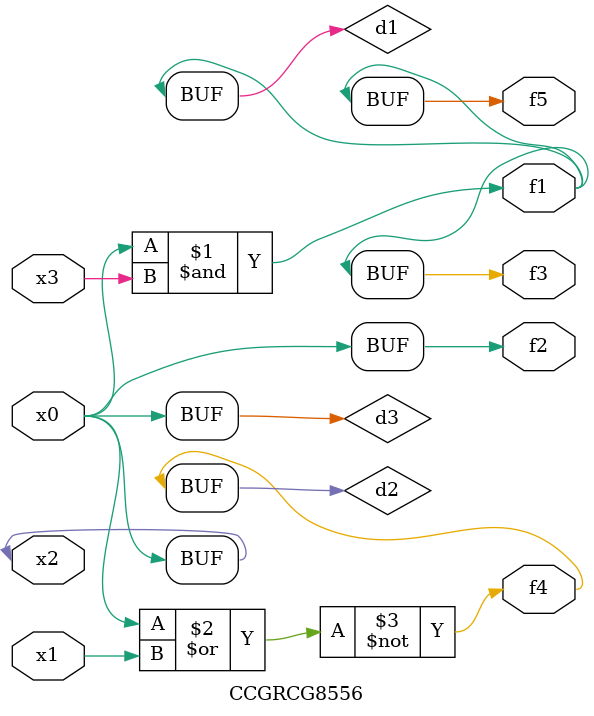
<source format=v>
module CCGRCG8556(
	input x0, x1, x2, x3,
	output f1, f2, f3, f4, f5
);

	wire d1, d2, d3;

	and (d1, x2, x3);
	nor (d2, x0, x1);
	buf (d3, x0, x2);
	assign f1 = d1;
	assign f2 = d3;
	assign f3 = d1;
	assign f4 = d2;
	assign f5 = d1;
endmodule

</source>
